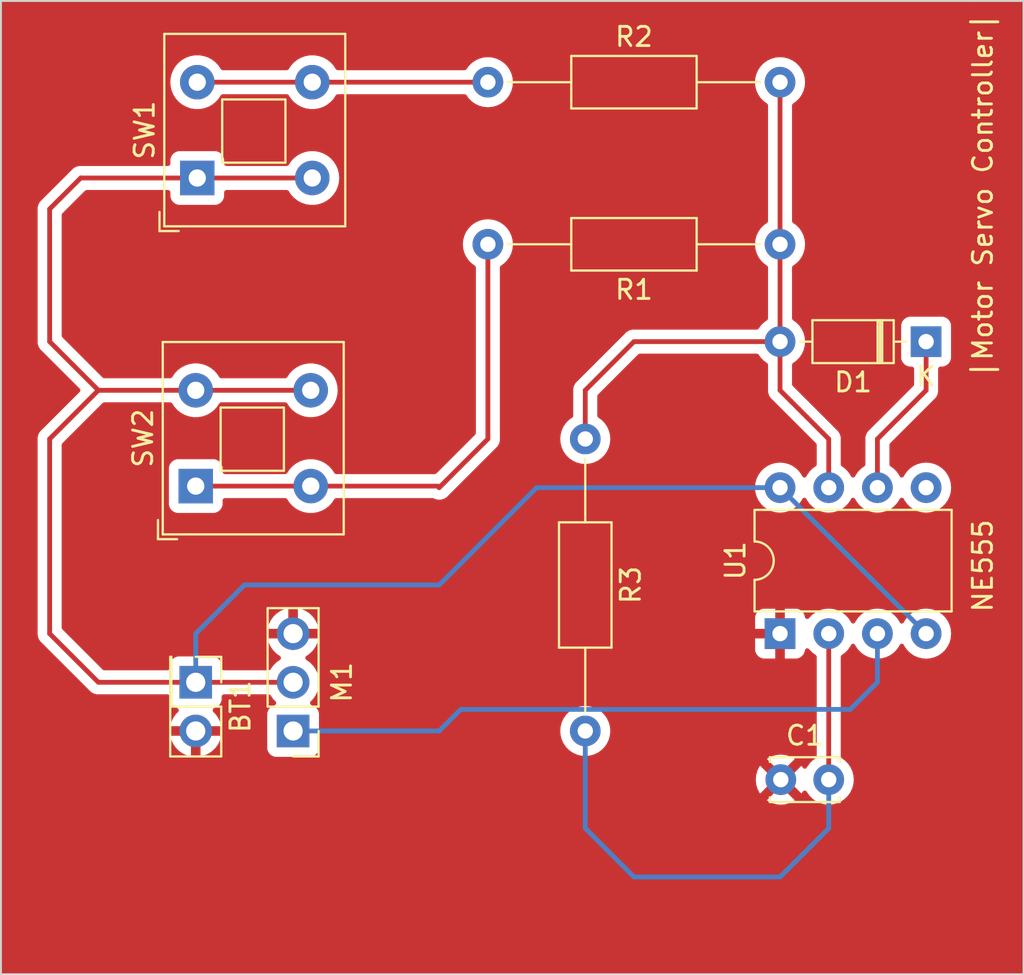
<source format=kicad_pcb>
(kicad_pcb (version 20221018) (generator pcbnew)
  (layers (0 "F.Cu" signal) (31 "B.Cu" signal) (34 "B.Paste" user) (35 "F.Paste" user) (36 "B.SilkS" user "B.Silkscreen") (37 "F.SilkS" user "F.Silkscreen") (38 "B.Mask" user) (39 "F.Mask" user) (44 "Edge.Cuts" user))
  (net 0 "")
  (net 1 "Net-(U1-TR)")
  (net 2 "GND")
  (net 3 "Net-(D1-K)")
  (net 4 "Net-(D1-A)")
  (net 5 "/PWM")
  (net 6 "Net-(R1-Pad2)")
  (net 7 "Net-(R2-Pad1)")
  (net 9 "VDD")
  (footprint "Button_Switch_THT:SW_Push_2P1T_Toggle_CK_PVA1xxH2xxxxxxV2" (layer "F.Cu") (at 116.92 82.9 90)
    (fp_text reference "SW1" (at 2.5 -2.75 90) (layer "F.SilkS"))
    (fp_text value "SW_Push_Dual")
    (fp_line (start -2.77 -0.97) (end -2.77 -1.97) (stroke (width 0.12)) (layer "F.SilkS"))
    (fp_line (start -2.52 7.72) (end -2.52 -1.72) (stroke (width 0.12)) (layer "F.SilkS"))
    (fp_line (start -1.77 -1.97) (end -2.77 -1.97) (stroke (width 0.12)) (layer "F.SilkS"))
    (fp_line (start 0.8 1.3) (end 0.8 4.6) (stroke (width 0.12)) (layer "F.SilkS"))
    (fp_line (start 4.1 1.3) (end 0.8 1.3) (stroke (width 0.12)) (layer "F.SilkS"))
    (fp_line (start 4.1 1.3) (end 4.1 4.6) (stroke (width 0.12)) (layer "F.SilkS"))
    (fp_line (start 4.1 4.6) (end 0.8 4.6) (stroke (width 0.12)) (layer "F.SilkS"))
    (fp_line (start 7.52 -1.72) (end -2.52 -1.72) (stroke (width 0.12)) (layer "F.SilkS"))
    (fp_line (start 7.52 7.72) (end -2.52 7.72) (stroke (width 0.12)) (layer "F.SilkS"))
    (fp_line (start 7.52 7.72) (end 7.52 -1.72) (stroke (width 0.12)) (layer "F.SilkS"))
    (pad "1" thru_hole rect (at 0 0 90) (size 1.8 1.8) (drill 0.9) (layers "*.Cu" "*.Mask") (net 9 "VDD"))
    (pad "2" thru_hole circle (at 5 0 90) (size 1.8 1.8) (drill 0.9) (layers "*.Cu" "*.Mask") (net 7 "Net-(R2-Pad1)"))
    (pad "3" thru_hole circle (at 0 6 90) (size 1.8 1.8) (drill 0.9) (layers "*.Cu" "*.Mask") (net 9 "VDD"))
    (pad "4" thru_hole circle (at 5 6 90) (size 1.8 1.8) (drill 0.9) (layers "*.Cu" "*.Mask") (net 7 "Net-(R2-Pad1)"))
  )
  (footprint "Connector_PinHeader_2.54mm:PinHeader_2x01_P2.54mm_Vertical" (layer "F.Cu") (at 116.84 109.22 -90)
    (fp_text reference "BT1" (at 1.27 -2.33 90) (layer "F.SilkS"))
    (fp_text value "6v")
    (fp_line (start -1.33 -1.33) (end 0 -1.33) (stroke (width 0.12)) (layer "F.SilkS"))
    (fp_line (start -1.33 0) (end -1.33 -1.33) (stroke (width 0.12)) (layer "F.SilkS"))
    (fp_line (start -1.33 1.27) (end -1.33 1.33) (stroke (width 0.12)) (layer "F.SilkS"))
    (fp_line (start -1.33 1.27) (end 1.27 1.27) (stroke (width 0.12)) (layer "F.SilkS"))
    (fp_line (start -1.33 1.33) (end 3.87 1.33) (stroke (width 0.12)) (layer "F.SilkS"))
    (fp_line (start 1.27 -1.33) (end 3.87 -1.33) (stroke (width 0.12)) (layer "F.SilkS"))
    (fp_line (start 1.27 1.27) (end 1.27 -1.33) (stroke (width 0.12)) (layer "F.SilkS"))
    (fp_line (start 3.87 -1.33) (end 3.87 1.33) (stroke (width 0.12)) (layer "F.SilkS"))
    (pad "1" thru_hole rect (at 0 0 270) (size 1.7 1.7) (drill 1) (layers "*.Cu" "*.Mask") (net 9 "VDD"))
    (pad "2" thru_hole oval (at 2.54 0 270) (size 1.7 1.7) (drill 1) (layers "*.Cu" "*.Mask") (net 2 "GND"))
  )
  (footprint "Capacitor_THT:C_Disc_D3.4mm_W2.1mm_P2.50mm" (layer "F.Cu") (at 147.36 114.3)
    (fp_text reference "C1" (at 1.25 -2.3) (layer "F.SilkS"))
    (fp_text value "100n")
    (fp_line (start -0.57 -1.17) (end -0.57 -0.925) (stroke (width 0.12)) (layer "F.SilkS"))
    (fp_line (start -0.57 -1.17) (end 3.07 -1.17) (stroke (width 0.12)) (layer "F.SilkS"))
    (fp_line (start -0.57 0.925) (end -0.57 1.17) (stroke (width 0.12)) (layer "F.SilkS"))
    (fp_line (start -0.57 1.17) (end 3.07 1.17) (stroke (width 0.12)) (layer "F.SilkS"))
    (fp_line (start 3.07 -1.17) (end 3.07 -0.925) (stroke (width 0.12)) (layer "F.SilkS"))
    (fp_line (start 3.07 0.925) (end 3.07 1.17) (stroke (width 0.12)) (layer "F.SilkS"))
    (pad "1" thru_hole circle (at 0 0) (size 1.6 1.6) (drill 0.8) (layers "*.Cu" "*.Mask") (net 2 "GND"))
    (pad "2" thru_hole circle (at 2.5 0) (size 1.6 1.6) (drill 0.8) (layers "*.Cu" "*.Mask") (net 1 "Net-(U1-TR)"))
  )
  (footprint "Resistor_THT:R_Axial_DIN0207_L6.3mm_D2.5mm_P15.24mm_Horizontal" (layer "F.Cu") (at 137.16 96.52 -90)
    (fp_text reference "R3" (at 7.62 -2.37 90) (layer "F.SilkS"))
    (fp_text value "220k")
    (fp_line (start 1.04 0) (end 4.35 0) (stroke (width 0.12)) (layer "F.SilkS"))
    (fp_line (start 4.35 -1.37) (end 4.35 1.37) (stroke (width 0.12)) (layer "F.SilkS"))
    (fp_line (start 4.35 1.37) (end 10.89 1.37) (stroke (width 0.12)) (layer "F.SilkS"))
    (fp_line (start 10.89 -1.37) (end 4.35 -1.37) (stroke (width 0.12)) (layer "F.SilkS"))
    (fp_line (start 10.89 1.37) (end 10.89 -1.37) (stroke (width 0.12)) (layer "F.SilkS"))
    (fp_line (start 14.2 0) (end 10.89 0) (stroke (width 0.12)) (layer "F.SilkS"))
    (pad "1" thru_hole circle (at 0 0 270) (size 1.6 1.6) (drill 0.8) (layers "*.Cu" "*.Mask") (net 4 "Net-(D1-A)"))
    (pad "2" thru_hole oval (at 15.24 0 270) (size 1.6 1.6) (drill 0.8) (layers "*.Cu" "*.Mask") (net 1 "Net-(U1-TR)"))
  )
  (footprint "Diode_THT:D_DO-35_SOD27_P7.62mm_Horizontal" (layer "F.Cu") (at 154.94 91.44 180)
    (fp_text reference "D1" (at 3.81 -2.12) (layer "F.SilkS"))
    (fp_text value "1N4148")
    (fp_text user "K" (at 0 -1.8) (layer "F.SilkS"))
    (fp_line (start 1.04 0) (end 1.69 0) (stroke (width 0.12)) (layer "F.SilkS"))
    (fp_line (start 1.69 -1.12) (end 1.69 1.12) (stroke (width 0.12)) (layer "F.SilkS"))
    (fp_line (start 1.69 1.12) (end 5.93 1.12) (stroke (width 0.12)) (layer "F.SilkS"))
    (fp_line (start 2.29 -1.12) (end 2.29 1.12) (stroke (width 0.12)) (layer "F.SilkS"))
    (fp_line (start 2.41 -1.12) (end 2.41 1.12) (stroke (width 0.12)) (layer "F.SilkS"))
    (fp_line (start 2.53 -1.12) (end 2.53 1.12) (stroke (width 0.12)) (layer "F.SilkS"))
    (fp_line (start 5.93 -1.12) (end 1.69 -1.12) (stroke (width 0.12)) (layer "F.SilkS"))
    (fp_line (start 5.93 1.12) (end 5.93 -1.12) (stroke (width 0.12)) (layer "F.SilkS"))
    (fp_line (start 6.58 0) (end 5.93 0) (stroke (width 0.12)) (layer "F.SilkS"))
    (pad "1" thru_hole rect (at 0 0 180) (size 1.6 1.6) (drill 0.8) (layers "*.Cu" "*.Mask") (net 3 "Net-(D1-K)"))
    (pad "2" thru_hole oval (at 7.62 0 180) (size 1.6 1.6) (drill 0.8) (layers "*.Cu" "*.Mask") (net 4 "Net-(D1-A)"))
  )
  (footprint "Package_DIP:DIP-8_W7.62mm" (layer "F.Cu") (at 147.32 106.68 90)
    (fp_text reference "U1" (at 3.81 -2.33 90) (layer "F.SilkS"))
    (fp_text value "NA555P" hide)
    (fp_line (start 1.16 -1.33) (end 1.16 8.95) (stroke (width 0.12)) (layer "F.SilkS"))
    (fp_line (start 1.16 8.95) (end 6.46 8.95) (stroke (width 0.12)) (layer "F.SilkS"))
    (fp_line (start 2.81 -1.33) (end 1.16 -1.33) (stroke (width 0.12)) (layer "F.SilkS"))
    (fp_line (start 6.46 -1.33) (end 4.81 -1.33) (stroke (width 0.12)) (layer "F.SilkS"))
    (fp_line (start 6.46 8.95) (end 6.46 -1.33) (stroke (width 0.12)) (layer "F.SilkS"))
    (fp_arc (start 4.81 -1.33) (mid 3.81 -0.33) (end 2.81 -1.33) (stroke (width 0.12)) (layer "F.SilkS"))
    (pad "1" thru_hole rect (at 0 0 90) (size 1.6 1.6) (drill 0.8) (layers "*.Cu" "*.Mask") (net 2 "GND"))
    (pad "2" thru_hole oval (at 0 2.54 90) (size 1.6 1.6) (drill 0.8) (layers "*.Cu" "*.Mask") (net 1 "Net-(U1-TR)"))
    (pad "3" thru_hole oval (at 0 5.08 90) (size 1.6 1.6) (drill 0.8) (layers "*.Cu" "*.Mask") (net 5 "/PWM"))
    (pad "4" thru_hole oval (at 0 7.62 90) (size 1.6 1.6) (drill 0.8) (layers "*.Cu" "*.Mask") (net 9 "VDD"))
    (pad "5" thru_hole oval (at 7.62 7.62 90) (size 1.6 1.6) (drill 0.8) (layers "*.Cu" "*.Mask"))
    (pad "6" thru_hole oval (at 7.62 5.08 90) (size 1.6 1.6) (drill 0.8) (layers "*.Cu" "*.Mask") (net 3 "Net-(D1-K)"))
    (pad "7" thru_hole oval (at 7.62 2.54 90) (size 1.6 1.6) (drill 0.8) (layers "*.Cu" "*.Mask") (net 4 "Net-(D1-A)"))
    (pad "8" thru_hole oval (at 7.62 0 90) (size 1.6 1.6) (drill 0.8) (layers "*.Cu" "*.Mask") (net 9 "VDD"))
  )
  (footprint "Resistor_THT:R_Axial_DIN0207_L6.3mm_D2.5mm_P15.24mm_Horizontal" (layer "F.Cu") (at 132.08 77.9)
    (fp_text reference "R2" (at 7.62 -2.37) (layer "F.SilkS"))
    (fp_text value "10k")
    (fp_line (start 1.04 0) (end 4.35 0) (stroke (width 0.12)) (layer "F.SilkS"))
    (fp_line (start 4.35 -1.37) (end 4.35 1.37) (stroke (width 0.12)) (layer "F.SilkS"))
    (fp_line (start 4.35 1.37) (end 10.89 1.37) (stroke (width 0.12)) (layer "F.SilkS"))
    (fp_line (start 10.89 -1.37) (end 4.35 -1.37) (stroke (width 0.12)) (layer "F.SilkS"))
    (fp_line (start 10.89 1.37) (end 10.89 -1.37) (stroke (width 0.12)) (layer "F.SilkS"))
    (fp_line (start 14.2 0) (end 10.89 0) (stroke (width 0.12)) (layer "F.SilkS"))
    (pad "1" thru_hole circle (at 0 0) (size 1.6 1.6) (drill 0.8) (layers "*.Cu" "*.Mask") (net 7 "Net-(R2-Pad1)"))
    (pad "2" thru_hole oval (at 15.24 0) (size 1.6 1.6) (drill 0.8) (layers "*.Cu" "*.Mask") (net 4 "Net-(D1-A)"))
  )
  (footprint "Button_Switch_THT:SW_Push_2P1T_Toggle_CK_PVA1xxH2xxxxxxV2" (layer "F.Cu") (at 116.84 98.98 90)
    (fp_text reference "SW2" (at 2.5 -2.75 90) (layer "F.SilkS"))
    (fp_text value "SW_Push_Dual")
    (fp_line (start -2.77 -0.97) (end -2.77 -1.97) (stroke (width 0.12)) (layer "F.SilkS"))
    (fp_line (start -2.52 7.72) (end -2.52 -1.72) (stroke (width 0.12)) (layer "F.SilkS"))
    (fp_line (start -1.77 -1.97) (end -2.77 -1.97) (stroke (width 0.12)) (layer "F.SilkS"))
    (fp_line (start 0.8 1.3) (end 0.8 4.6) (stroke (width 0.12)) (layer "F.SilkS"))
    (fp_line (start 4.1 1.3) (end 0.8 1.3) (stroke (width 0.12)) (layer "F.SilkS"))
    (fp_line (start 4.1 1.3) (end 4.1 4.6) (stroke (width 0.12)) (layer "F.SilkS"))
    (fp_line (start 4.1 4.6) (end 0.8 4.6) (stroke (width 0.12)) (layer "F.SilkS"))
    (fp_line (start 7.52 -1.72) (end -2.52 -1.72) (stroke (width 0.12)) (layer "F.SilkS"))
    (fp_line (start 7.52 7.72) (end -2.52 7.72) (stroke (width 0.12)) (layer "F.SilkS"))
    (fp_line (start 7.52 7.72) (end 7.52 -1.72) (stroke (width 0.12)) (layer "F.SilkS"))
    (pad "1" thru_hole rect (at 0 0 90) (size 1.8 1.8) (drill 0.9) (layers "*.Cu" "*.Mask") (net 6 "Net-(R1-Pad2)"))
    (pad "2" thru_hole circle (at 5 0 90) (size 1.8 1.8) (drill 0.9) (layers "*.Cu" "*.Mask") (net 9 "VDD"))
    (pad "3" thru_hole circle (at 0 6 90) (size 1.8 1.8) (drill 0.9) (layers "*.Cu" "*.Mask") (net 6 "Net-(R1-Pad2)"))
    (pad "4" thru_hole circle (at 5 6 90) (size 1.8 1.8) (drill 0.9) (layers "*.Cu" "*.Mask") (net 9 "VDD"))
  )
  (footprint "Connector_PinHeader_2.54mm:PinHeader_1x03_P2.54mm_Vertical" (layer "F.Cu") (at 121.92 111.76 180)
    (fp_text reference "M1" (at -2.54 2.54 90) (layer "F.SilkS"))
    (fp_text value "Motor_Servo")
    (fp_line (start -1.33 -1.33) (end 0 -1.33) (stroke (width 0.12)) (layer "F.SilkS"))
    (fp_line (start -1.33 0) (end -1.33 -1.33) (stroke (width 0.12)) (layer "F.SilkS"))
    (fp_line (start -1.33 1.27) (end -1.33 6.41) (stroke (width 0.12)) (layer "F.SilkS"))
    (fp_line (start -1.33 1.27) (end 1.33 1.27) (stroke (width 0.12)) (layer "F.SilkS"))
    (fp_line (start -1.33 6.41) (end 1.33 6.41) (stroke (width 0.12)) (layer "F.SilkS"))
    (fp_line (start 1.33 1.27) (end 1.33 6.41) (stroke (width 0.12)) (layer "F.SilkS"))
    (pad "1" thru_hole rect (at 0 0 180) (size 1.7 1.7) (drill 1) (layers "*.Cu" "*.Mask") (net 5 "/PWM"))
    (pad "2" thru_hole oval (at 0 2.54 180) (size 1.7 1.7) (drill 1) (layers "*.Cu" "*.Mask") (net 9 "VDD"))
    (pad "3" thru_hole oval (at 0 5.08 180) (size 1.7 1.7) (drill 1) (layers "*.Cu" "*.Mask") (net 2 "GND"))
  )
  (footprint "Resistor_THT:R_Axial_DIN0207_L6.3mm_D2.5mm_P15.24mm_Horizontal" (layer "F.Cu") (at 147.32 86.36 180)
    (fp_text reference "R1" (at 7.62 -2.37) (layer "F.SilkS"))
    (fp_text value "57k")
    (fp_line (start 1.04 0) (end 4.35 0) (stroke (width 0.12)) (layer "F.SilkS"))
    (fp_line (start 4.35 -1.37) (end 4.35 1.37) (stroke (width 0.12)) (layer "F.SilkS"))
    (fp_line (start 4.35 1.37) (end 10.89 1.37) (stroke (width 0.12)) (layer "F.SilkS"))
    (fp_line (start 10.89 -1.37) (end 4.35 -1.37) (stroke (width 0.12)) (layer "F.SilkS"))
    (fp_line (start 10.89 1.37) (end 10.89 -1.37) (stroke (width 0.12)) (layer "F.SilkS"))
    (fp_line (start 14.2 0) (end 10.89 0) (stroke (width 0.12)) (layer "F.SilkS"))
    (pad "1" thru_hole circle (at 0 0 180) (size 1.6 1.6) (drill 0.8) (layers "*.Cu" "*.Mask") (net 4 "Net-(D1-A)"))
    (pad "2" thru_hole oval (at 15.24 0 180) (size 1.6 1.6) (drill 0.8) (layers "*.Cu" "*.Mask") (net 6 "Net-(R1-Pad2)"))
  )
  (gr_line (start 106.68 73.66) (end 157.48 73.66) (stroke (width 0.1)) (layer "Edge.Cuts"))
  (gr_line (start 160.02 73.66) (end 160.02 124.46) (stroke (width 0.1)) (layer "Edge.Cuts"))
  (gr_line (start 157.48 73.66) (end 160.02 73.66) (stroke (width 0.1)) (layer "Edge.Cuts"))
  (gr_line (start 106.68 124.46) (end 106.68 73.66) (stroke (width 0.1)) (layer "Edge.Cuts"))
  (gr_line (start 160.02 124.46) (end 106.68 124.46) (stroke (width 0.1)) (layer "Edge.Cuts"))
  (gr_text "|Motor Servo Controller|" (at 158.48 83.82 90) (layer "F.SilkS") (effects (font (size 1 1)) (justify bottom)))
  (gr_text "NE555" (at 158.48 103.14 90) (layer "F.SilkS") (effects (font (size 1 1)) (justify bottom)))
  (segment (start 149.86 106.68) (end 149.86 114.3) (width 0.25) (layer "F.Cu") (net 1))
  (segment (start 147.32 119.38) (end 149.86 116.84) (width 0.25) (layer "B.Cu") (net 1))
  (segment (start 149.86 116.84) (end 149.86 114.3) (width 0.25) (layer "B.Cu") (net 1))
  (segment (start 137.16 111.76) (end 137.16 116.84) (width 0.25) (layer "B.Cu") (net 1))
  (segment (start 137.16 116.84) (end 139.7 119.38) (width 0.25) (layer "B.Cu") (net 1))
  (segment (start 139.7 119.38) (end 147.32 119.38) (width 0.25) (layer "B.Cu") (net 1))
  (segment (start 147.32 114.26) (end 147.36 114.3) (width 0.25) (layer "F.Cu") (net 2))
  (segment (start 154.94 91.44) (end 154.94 93.98) (width 0.25) (layer "F.Cu") (net 3))
  (segment (start 152.4 96.52) (end 152.4 99.06) (width 0.25) (layer "F.Cu") (net 3))
  (segment (start 154.94 93.98) (end 152.4 96.52) (width 0.25) (layer "F.Cu") (net 3))
  (segment (start 137.16 96.52) (end 137.16 93.98) (width 0.25) (layer "F.Cu") (net 4))
  (segment (start 147.32 91.44) (end 147.32 86.36) (width 0.25) (layer "F.Cu") (net 4))
  (segment (start 149.86 96.52) (end 149.86 99.06) (width 0.25) (layer "F.Cu") (net 4))
  (segment (start 137.16 93.98) (end 139.7 91.44) (width 0.25) (layer "F.Cu") (net 4))
  (segment (start 147.32 91.44) (end 147.32 93.98) (width 0.25) (layer "F.Cu") (net 4))
  (segment (start 139.7 91.44) (end 147.32 91.44) (width 0.25) (layer "F.Cu") (net 4))
  (segment (start 147.32 93.98) (end 149.86 96.52) (width 0.25) (layer "F.Cu") (net 4))
  (segment (start 147.32 77.9) (end 147.32 86.36) (width 0.25) (layer "F.Cu") (net 4))
  (segment (start 129.54 111.76) (end 130.665 110.635) (width 0.25) (layer "B.Cu") (net 5))
  (segment (start 130.665 110.635) (end 150.985 110.635) (width 0.25) (layer "B.Cu") (net 5))
  (segment (start 150.985 110.635) (end 152.4 109.22) (width 0.25) (layer "B.Cu") (net 5))
  (segment (start 152.4 109.22) (end 152.4 106.68) (width 0.25) (layer "B.Cu") (net 5))
  (segment (start 121.92 111.76) (end 129.54 111.76) (width 0.25) (layer "B.Cu") (net 5))
  (segment (start 116.84 98.98) (end 122.84 98.98) (width 0.25) (layer "F.Cu") (net 6))
  (segment (start 129.54 99.06) (end 132.08 96.52) (width 0.25) (layer "F.Cu") (net 6))
  (segment (start 122.84 98.98) (end 129.46 98.98) (width 0.25) (layer "F.Cu") (net 6))
  (segment (start 129.46 98.98) (end 129.54 99.06) (width 0.25) (layer "F.Cu") (net 6))
  (segment (start 132.08 96.52) (end 132.08 86.36) (width 0.25) (layer "F.Cu") (net 6))
  (segment (start 116.92 77.9) (end 122.92 77.9) (width 0.25) (layer "F.Cu") (net 7))
  (segment (start 132.08 77.9) (end 122.92 77.9) (width 0.25) (layer "F.Cu") (net 7))
  (segment (start 116.84 109.22) (end 121.92 109.22) (width 0.25) (layer "F.Cu") (net 9))
  (segment (start 111.76 109.22) (end 109.22 106.68) (width 0.25) (layer "F.Cu") (net 9))
  (segment (start 109.22 91.44) (end 111.76 93.98) (width 0.25) (layer "F.Cu") (net 9))
  (segment (start 116.92 82.9) (end 110.84 82.9) (width 0.25) (layer "F.Cu") (net 9))
  (segment (start 116.92 82.9) (end 122.92 82.9) (width 0.25) (layer "F.Cu") (net 9))
  (segment (start 110.84 82.9) (end 109.22 84.52) (width 0.25) (layer "F.Cu") (net 9))
  (segment (start 109.22 84.52) (end 109.22 91.44) (width 0.25) (layer "F.Cu") (net 9))
  (segment (start 116.84 93.98) (end 122.84 93.98) (width 0.25) (layer "F.Cu") (net 9))
  (segment (start 109.22 96.52) (end 109.22 106.68) (width 0.25) (layer "F.Cu") (net 9))
  (segment (start 116.84 109.22) (end 111.76 109.22) (width 0.25) (layer "F.Cu") (net 9))
  (segment (start 111.76 93.98) (end 116.84 93.98) (width 0.25) (layer "F.Cu") (net 9))
  (segment (start 111.76 93.98) (end 109.22 96.52) (width 0.25) (layer "F.Cu") (net 9))
  (segment (start 134.62 99.06) (end 129.54 104.14) (width 0.25) (layer "B.Cu") (net 9))
  (segment (start 147.32 99.06) (end 154.94 106.68) (width 0.25) (layer "B.Cu") (net 9))
  (segment (start 119.38 104.14) (end 116.84 106.68) (width 0.25) (layer "B.Cu") (net 9))
  (segment (start 147.32 99.06) (end 134.62 99.06) (width 0.25) (layer "B.Cu") (net 9))
  (segment (start 129.54 104.14) (end 119.38 104.14) (width 0.25) (layer "B.Cu") (net 9))
  (segment (start 116.84 106.68) (end 116.84 109.22) (width 0.25) (layer "B.Cu") (net 9))
  (zone (net 2) (net_name "GND") (layer "F.Cu") (connect_pads (clearance 0.5)) (min_thickness 0.25) (fill yes (thermal_gap 0.5) (thermal_bridge_width 0.5))
    (polygon (pts (xy 106.68 73.66) (xy 160.02 73.66) (xy 160.02 124.46) (xy 106.68 124.46)))
  )
)
</source>
